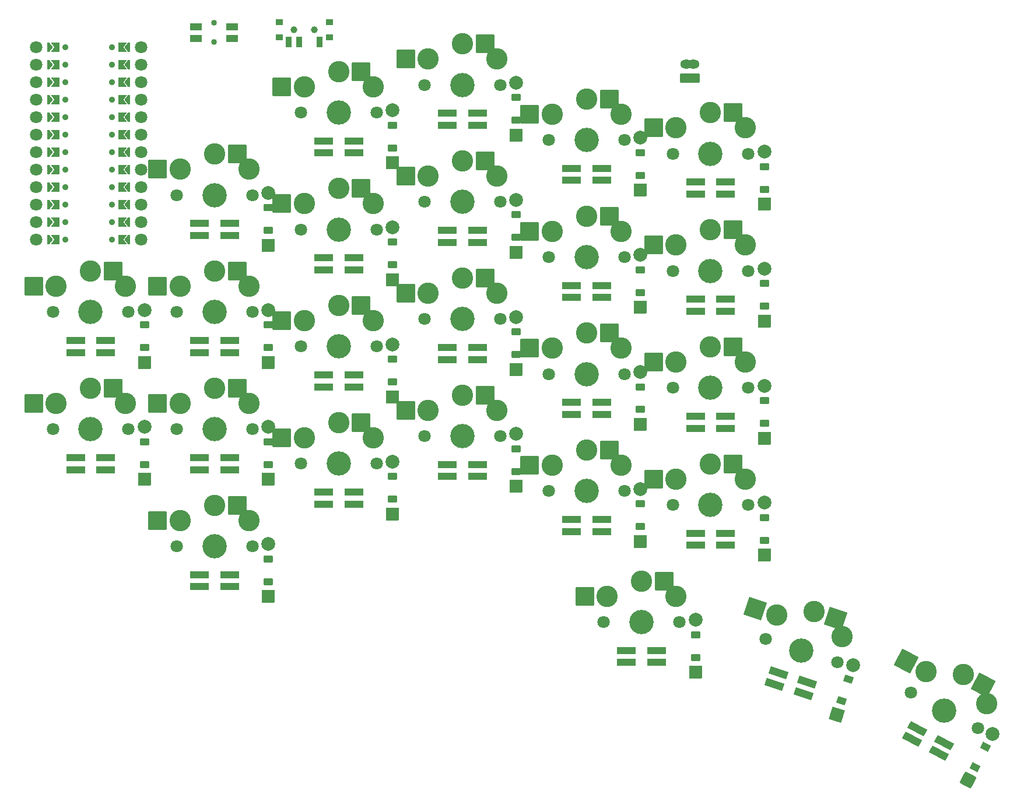
<source format=gbr>
%TF.GenerationSoftware,KiCad,Pcbnew,9.0.6*%
%TF.CreationDate,2025-11-09T20:29:50+01:00*%
%TF.ProjectId,main_pcb,6d61696e-5f70-4636-922e-6b696361645f,v1.0.0*%
%TF.SameCoordinates,Original*%
%TF.FileFunction,Soldermask,Top*%
%TF.FilePolarity,Negative*%
%FSLAX46Y46*%
G04 Gerber Fmt 4.6, Leading zero omitted, Abs format (unit mm)*
G04 Created by KiCad (PCBNEW 9.0.6) date 2025-11-09 20:29:50*
%MOMM*%
%LPD*%
G01*
G04 APERTURE LIST*
G04 Aperture macros list*
%AMRoundRect*
0 Rectangle with rounded corners*
0 $1 Rounding radius*
0 $2 $3 $4 $5 $6 $7 $8 $9 X,Y pos of 4 corners*
0 Add a 4 corners polygon primitive as box body*
4,1,4,$2,$3,$4,$5,$6,$7,$8,$9,$2,$3,0*
0 Add four circle primitives for the rounded corners*
1,1,$1+$1,$2,$3*
1,1,$1+$1,$4,$5*
1,1,$1+$1,$6,$7*
1,1,$1+$1,$8,$9*
0 Add four rect primitives between the rounded corners*
20,1,$1+$1,$2,$3,$4,$5,0*
20,1,$1+$1,$4,$5,$6,$7,0*
20,1,$1+$1,$6,$7,$8,$9,0*
20,1,$1+$1,$8,$9,$2,$3,0*%
%AMFreePoly0*
4,1,16,-0.214645,0.660355,-0.210957,0.656235,0.289043,0.031235,0.299694,-0.005522,0.289043,-0.031235,-0.210957,-0.656235,-0.244478,-0.674694,-0.250000,-0.675000,-0.500000,-0.675000,-0.535355,-0.660355,-0.550000,-0.625000,-0.550000,0.625000,-0.535355,0.660355,-0.500000,0.675000,-0.250000,0.675000,-0.214645,0.660355,-0.214645,0.660355,$1*%
%AMFreePoly1*
4,1,16,0.535355,0.660355,0.550000,0.625000,0.550000,-0.625000,0.535355,-0.660355,0.500000,-0.675000,-0.650000,-0.675000,-0.685355,-0.660355,-0.700000,-0.625000,-0.689043,-0.593765,-0.214031,0.000000,-0.689043,0.593765,-0.699694,0.630522,-0.681235,0.664043,-0.650000,0.675000,0.500000,0.675000,0.535355,0.660355,0.535355,0.660355,$1*%
G04 Aperture macros list end*
%ADD10C,3.529000*%
%ADD11C,1.801800*%
%ADD12C,3.100000*%
%ADD13RoundRect,0.050000X-1.300000X-1.300000X1.300000X-1.300000X1.300000X1.300000X-1.300000X1.300000X0*%
%ADD14RoundRect,0.050000X-1.638096X-0.834651X0.834651X-1.638096X1.638096X0.834651X-0.834651X1.638096X0*%
%ADD15RoundRect,0.050000X-1.758145X-0.537519X0.537519X-1.758145X1.758145X0.537519X-0.537519X1.758145X0*%
%ADD16C,1.800000*%
%ADD17C,0.900000*%
%ADD18FreePoly0,0.000000*%
%ADD19FreePoly1,0.000000*%
%ADD20FreePoly1,180.000000*%
%ADD21FreePoly0,180.000000*%
%ADD22C,0.850000*%
%ADD23RoundRect,0.050000X-0.775000X-0.500000X0.775000X-0.500000X0.775000X0.500000X-0.775000X0.500000X0*%
%ADD24RoundRect,0.050000X0.600000X-0.450000X0.600000X0.450000X-0.600000X0.450000X-0.600000X-0.450000X0*%
%ADD25RoundRect,0.050000X0.889000X-0.889000X0.889000X0.889000X-0.889000X0.889000X-0.889000X-0.889000X0*%
%ADD26C,2.005000*%
%ADD27RoundRect,0.050000X0.431576X-0.613386X0.709692X0.242565X-0.431576X0.613386X-0.709692X-0.242565X0*%
%ADD28RoundRect,0.050000X0.570773X-1.120205X1.120205X0.570773X-0.570773X1.120205X-1.120205X-0.570773X0*%
%ADD29RoundRect,0.050000X0.318506X-0.679009X0.741031X0.115643X-0.318506X0.679009X-0.741031X-0.115643X0*%
%ADD30RoundRect,0.050000X0.367580X-1.202301X1.202301X0.367580X-0.367580X1.202301X-1.202301X-0.367580X0*%
%ADD31RoundRect,0.050000X-1.300000X-0.500000X1.300000X-0.500000X1.300000X0.500000X-1.300000X0.500000X0*%
%ADD32RoundRect,0.050000X-1.390882X-0.073806X1.081865X-0.877250X1.390882X0.073806X-1.081865X0.877250X0*%
%ADD33RoundRect,0.050000X-1.382568X0.168839X0.913096X-1.051787X1.382568X-0.168839X-0.913096X1.051787X0*%
%ADD34RoundRect,0.050000X0.850000X-0.600000X0.850000X0.600000X-0.850000X0.600000X-0.850000X-0.600000X0*%
%ADD35O,1.800000X1.300000*%
%ADD36RoundRect,0.050000X0.500000X0.400000X-0.500000X0.400000X-0.500000X-0.400000X0.500000X-0.400000X0*%
%ADD37RoundRect,0.050000X0.350000X0.750000X-0.350000X0.750000X-0.350000X-0.750000X0.350000X-0.750000X0*%
%ADD38C,1.000000*%
G04 APERTURE END LIST*
D10*
%TO.C,S1*%
X100000000Y-150000000D03*
D11*
X105500000Y-150000000D03*
X94500000Y-150000000D03*
D12*
X105000000Y-146250000D03*
X100000000Y-144050000D03*
X95000000Y-146250000D03*
X100000000Y-144050000D03*
D13*
X103275000Y-144050000D03*
X91725000Y-146250000D03*
%TD*%
D10*
%TO.C,S2*%
X100000000Y-133000000D03*
D11*
X105500000Y-133000000D03*
X94500000Y-133000000D03*
D12*
X105000000Y-129250000D03*
X100000000Y-127050000D03*
X95000000Y-129250000D03*
X100000000Y-127050000D03*
D13*
X103275000Y-127050000D03*
X91725000Y-129250000D03*
%TD*%
D10*
%TO.C,S3*%
X100000000Y-116000000D03*
D11*
X105500000Y-116000000D03*
X94500000Y-116000000D03*
D12*
X105000000Y-112250000D03*
X100000000Y-110050000D03*
X95000000Y-112250000D03*
X100000000Y-110050000D03*
D13*
X103275000Y-110050000D03*
X91725000Y-112250000D03*
%TD*%
D10*
%TO.C,S4*%
X100000000Y-99000000D03*
D11*
X105500000Y-99000000D03*
X94500000Y-99000000D03*
D12*
X105000000Y-95250000D03*
X100000000Y-93050000D03*
X95000000Y-95250000D03*
X100000000Y-93050000D03*
D13*
X103275000Y-93050000D03*
X91725000Y-95250000D03*
%TD*%
D10*
%TO.C,S5*%
X118000000Y-138000000D03*
D11*
X123500000Y-138000000D03*
X112500000Y-138000000D03*
D12*
X123000000Y-134250000D03*
X118000000Y-132050000D03*
X113000000Y-134250000D03*
X118000000Y-132050000D03*
D13*
X121275000Y-132050000D03*
X109725000Y-134250000D03*
%TD*%
D10*
%TO.C,S6*%
X118000000Y-121000000D03*
D11*
X123500000Y-121000000D03*
X112500000Y-121000000D03*
D12*
X123000000Y-117250000D03*
X118000000Y-115050000D03*
X113000000Y-117250000D03*
X118000000Y-115050000D03*
D13*
X121275000Y-115050000D03*
X109725000Y-117250000D03*
%TD*%
D10*
%TO.C,S7*%
X118000000Y-104000000D03*
D11*
X123500000Y-104000000D03*
X112500000Y-104000000D03*
D12*
X123000000Y-100250000D03*
X118000000Y-98050000D03*
X113000000Y-100250000D03*
X118000000Y-98050000D03*
D13*
X121275000Y-98050000D03*
X109725000Y-100250000D03*
%TD*%
D10*
%TO.C,S8*%
X118000000Y-87000000D03*
D11*
X123500000Y-87000000D03*
X112500000Y-87000000D03*
D12*
X123000000Y-83250000D03*
X118000000Y-81050000D03*
X113000000Y-83250000D03*
X118000000Y-81050000D03*
D13*
X121275000Y-81050000D03*
X109725000Y-83250000D03*
%TD*%
D10*
%TO.C,S9*%
X136000000Y-134000000D03*
D11*
X141500000Y-134000000D03*
X130500000Y-134000000D03*
D12*
X141000000Y-130250000D03*
X136000000Y-128050000D03*
X131000000Y-130250000D03*
X136000000Y-128050000D03*
D13*
X139275000Y-128050000D03*
X127725000Y-130250000D03*
%TD*%
D10*
%TO.C,S10*%
X136000000Y-117000000D03*
D11*
X141500000Y-117000000D03*
X130500000Y-117000000D03*
D12*
X141000000Y-113250000D03*
X136000000Y-111050000D03*
X131000000Y-113250000D03*
X136000000Y-111050000D03*
D13*
X139275000Y-111050000D03*
X127725000Y-113250000D03*
%TD*%
D10*
%TO.C,S11*%
X136000000Y-100000000D03*
D11*
X141500000Y-100000000D03*
X130500000Y-100000000D03*
D12*
X141000000Y-96250000D03*
X136000000Y-94050000D03*
X131000000Y-96250000D03*
X136000000Y-94050000D03*
D13*
X139275000Y-94050000D03*
X127725000Y-96250000D03*
%TD*%
D10*
%TO.C,S12*%
X136000000Y-83000000D03*
D11*
X141500000Y-83000000D03*
X130500000Y-83000000D03*
D12*
X141000000Y-79250000D03*
X136000000Y-77050000D03*
X131000000Y-79250000D03*
X136000000Y-77050000D03*
D13*
X139275000Y-77050000D03*
X127725000Y-79250000D03*
%TD*%
D10*
%TO.C,S13*%
X154000000Y-142000000D03*
D11*
X159500000Y-142000000D03*
X148500000Y-142000000D03*
D12*
X159000000Y-138250000D03*
X154000000Y-136050000D03*
X149000000Y-138250000D03*
X154000000Y-136050000D03*
D13*
X157275000Y-136050000D03*
X145725000Y-138250000D03*
%TD*%
D10*
%TO.C,S14*%
X154000000Y-125000000D03*
D11*
X159500000Y-125000000D03*
X148500000Y-125000000D03*
D12*
X159000000Y-121250000D03*
X154000000Y-119050000D03*
X149000000Y-121250000D03*
X154000000Y-119050000D03*
D13*
X157275000Y-119050000D03*
X145725000Y-121250000D03*
%TD*%
D10*
%TO.C,S15*%
X154000000Y-108000000D03*
D11*
X159500000Y-108000000D03*
X148500000Y-108000000D03*
D12*
X159000000Y-104250000D03*
X154000000Y-102050000D03*
X149000000Y-104250000D03*
X154000000Y-102050000D03*
D13*
X157275000Y-102050000D03*
X145725000Y-104250000D03*
%TD*%
D10*
%TO.C,S16*%
X154000000Y-91000000D03*
D11*
X159500000Y-91000000D03*
X148500000Y-91000000D03*
D12*
X159000000Y-87250000D03*
X154000000Y-85050000D03*
X149000000Y-87250000D03*
X154000000Y-85050000D03*
D13*
X157275000Y-85050000D03*
X145725000Y-87250000D03*
%TD*%
D10*
%TO.C,S17*%
X172000000Y-144000000D03*
D11*
X177500000Y-144000000D03*
X166500000Y-144000000D03*
D12*
X177000000Y-140250000D03*
X172000000Y-138050000D03*
X167000000Y-140250000D03*
X172000000Y-138050000D03*
D13*
X175275000Y-138050000D03*
X163725000Y-140250000D03*
%TD*%
D10*
%TO.C,S18*%
X172000000Y-127000000D03*
D11*
X177500000Y-127000000D03*
X166500000Y-127000000D03*
D12*
X177000000Y-123250000D03*
X172000000Y-121050000D03*
X167000000Y-123250000D03*
X172000000Y-121050000D03*
D13*
X175275000Y-121050000D03*
X163725000Y-123250000D03*
%TD*%
D10*
%TO.C,S19*%
X172000000Y-110000000D03*
D11*
X177500000Y-110000000D03*
X166500000Y-110000000D03*
D12*
X177000000Y-106250000D03*
X172000000Y-104050000D03*
X167000000Y-106250000D03*
X172000000Y-104050000D03*
D13*
X175275000Y-104050000D03*
X163725000Y-106250000D03*
%TD*%
D10*
%TO.C,S20*%
X172000000Y-93000000D03*
D11*
X177500000Y-93000000D03*
X166500000Y-93000000D03*
D12*
X177000000Y-89250000D03*
X172000000Y-87050000D03*
X167000000Y-89250000D03*
X172000000Y-87050000D03*
D13*
X175275000Y-87050000D03*
X163725000Y-89250000D03*
%TD*%
D10*
%TO.C,S21*%
X82000000Y-133000000D03*
D11*
X87500000Y-133000000D03*
X76500000Y-133000000D03*
D12*
X87000000Y-129250000D03*
X82000000Y-127050000D03*
X77000000Y-129250000D03*
X82000000Y-127050000D03*
D13*
X85275000Y-127050000D03*
X73725000Y-129250000D03*
%TD*%
D10*
%TO.C,S22*%
X82000000Y-116000000D03*
D11*
X87500000Y-116000000D03*
X76500000Y-116000000D03*
D12*
X87000000Y-112250000D03*
X82000000Y-110050000D03*
X77000000Y-112250000D03*
X82000000Y-110050000D03*
D13*
X85275000Y-110050000D03*
X73725000Y-112250000D03*
%TD*%
D10*
%TO.C,S23*%
X162000000Y-161000000D03*
D11*
X167500000Y-161000000D03*
X156500000Y-161000000D03*
D12*
X167000000Y-157250000D03*
X162000000Y-155050000D03*
X157000000Y-157250000D03*
X162000000Y-155050000D03*
D13*
X165275000Y-155050000D03*
X153725000Y-157250000D03*
%TD*%
D10*
%TO.C,S24*%
X185193831Y-165148695D03*
D11*
X190424642Y-166848288D03*
X179963020Y-163449102D03*
D12*
X191107927Y-163127318D03*
X187032482Y-159489909D03*
X181597362Y-160037148D03*
X187032482Y-159489909D03*
D14*
X190147192Y-160501939D03*
X178482652Y-159025117D03*
%TD*%
D10*
%TO.C,S25*%
X205929020Y-173855578D03*
D11*
X210785232Y-176437672D03*
X201072808Y-171273484D03*
D12*
X212104276Y-172891882D03*
X208722376Y-168602040D03*
X203274800Y-168197167D03*
X208722376Y-168602040D03*
D15*
X211614029Y-170139559D03*
X200383147Y-166659647D03*
%TD*%
D16*
%TO.C,MCU1*%
X74105000Y-77500000D03*
X89345000Y-77500000D03*
D17*
X78325000Y-77500000D03*
X85125000Y-77500000D03*
D18*
X76225000Y-77500000D03*
D19*
X76950000Y-77500000D03*
D20*
X86500000Y-77500000D03*
D21*
X87225000Y-77500000D03*
D16*
X74105000Y-80040000D03*
X89345000Y-80040000D03*
D17*
X78325000Y-80040000D03*
X85125000Y-80040000D03*
D18*
X76225000Y-80040000D03*
D19*
X76950000Y-80040000D03*
D20*
X86500000Y-80040000D03*
D21*
X87225000Y-80040000D03*
D16*
X74105000Y-82580000D03*
X89345000Y-82580000D03*
D17*
X78325000Y-82580000D03*
X85125000Y-82580000D03*
D18*
X76225000Y-82580000D03*
D19*
X76950000Y-82580000D03*
D20*
X86500000Y-82580000D03*
D21*
X87225000Y-82580000D03*
D16*
X74105000Y-85120000D03*
X89345000Y-85120000D03*
D17*
X78325000Y-85120000D03*
X85125000Y-85120000D03*
D18*
X76225000Y-85120000D03*
D19*
X76950000Y-85120000D03*
D20*
X86500000Y-85120000D03*
D21*
X87225000Y-85120000D03*
D16*
X74105000Y-87660000D03*
X89345000Y-87660000D03*
D17*
X78325000Y-87660000D03*
X85125000Y-87660000D03*
D18*
X76225000Y-87660000D03*
D19*
X76950000Y-87660000D03*
D20*
X86500000Y-87660000D03*
D21*
X87225000Y-87660000D03*
D16*
X74105000Y-90200000D03*
X89345000Y-90200000D03*
D17*
X78325000Y-90200000D03*
X85125000Y-90200000D03*
D18*
X76225000Y-90200000D03*
D19*
X76950000Y-90200000D03*
D20*
X86500000Y-90200000D03*
D21*
X87225000Y-90200000D03*
D16*
X74105000Y-92740000D03*
X89345000Y-92740000D03*
D17*
X78325000Y-92740000D03*
X85125000Y-92740000D03*
D18*
X76225000Y-92740000D03*
D19*
X76950000Y-92740000D03*
D20*
X86500000Y-92740000D03*
D21*
X87225000Y-92740000D03*
D16*
X74105000Y-95280000D03*
X89345000Y-95280000D03*
D17*
X78325000Y-95280000D03*
X85125000Y-95280000D03*
D18*
X76225000Y-95280000D03*
D19*
X76950000Y-95280000D03*
D20*
X86500000Y-95280000D03*
D21*
X87225000Y-95280000D03*
D16*
X74105000Y-97820000D03*
X89345000Y-97820000D03*
D17*
X78325000Y-97820000D03*
X85125000Y-97820000D03*
D18*
X76225000Y-97820000D03*
D19*
X76950000Y-97820000D03*
D20*
X86500000Y-97820000D03*
D21*
X87225000Y-97820000D03*
D16*
X74105000Y-100360000D03*
X89345000Y-100360000D03*
D17*
X78325000Y-100360000D03*
X85125000Y-100360000D03*
D18*
X76225000Y-100360000D03*
D19*
X76950000Y-100360000D03*
D20*
X86500000Y-100360000D03*
D21*
X87225000Y-100360000D03*
D16*
X74105000Y-102900000D03*
X89345000Y-102900000D03*
D17*
X78325000Y-102900000D03*
X85125000Y-102900000D03*
D18*
X76225000Y-102900000D03*
D19*
X76950000Y-102900000D03*
D20*
X86500000Y-102900000D03*
D21*
X87225000Y-102900000D03*
D16*
X74105000Y-105440000D03*
X89345000Y-105440000D03*
D17*
X78325000Y-105440000D03*
X85125000Y-105440000D03*
D18*
X76225000Y-105440000D03*
D19*
X76950000Y-105440000D03*
D20*
X86500000Y-105440000D03*
D21*
X87225000Y-105440000D03*
%TD*%
D22*
%TO.C,B1*%
X99875000Y-74000000D03*
X99875000Y-76750000D03*
%TD*%
%TO.C,B2*%
X99875000Y-74000000D03*
X99875000Y-76750000D03*
D23*
X97250000Y-74525000D03*
X102500000Y-74525000D03*
X97250000Y-76225000D03*
X102500000Y-76225000D03*
%TD*%
D24*
%TO.C,D1*%
X107800000Y-155150000D03*
X107800000Y-151850000D03*
D25*
X107800000Y-157310000D03*
D26*
X107800000Y-149690000D03*
%TD*%
D24*
%TO.C,D2*%
X107800000Y-138150000D03*
X107800000Y-134850000D03*
D25*
X107800000Y-140310000D03*
D26*
X107800000Y-132690000D03*
%TD*%
D24*
%TO.C,D3*%
X107800000Y-121150000D03*
X107800000Y-117850000D03*
D25*
X107800000Y-123310000D03*
D26*
X107800000Y-115690000D03*
%TD*%
D24*
%TO.C,D4*%
X107800000Y-104150000D03*
X107800000Y-100850000D03*
D25*
X107800000Y-106310000D03*
D26*
X107800000Y-98690000D03*
%TD*%
D24*
%TO.C,D5*%
X125800000Y-143150000D03*
X125800000Y-139850000D03*
D25*
X125800000Y-145310000D03*
D26*
X125800000Y-137690000D03*
%TD*%
D24*
%TO.C,D6*%
X125800000Y-126150000D03*
X125800000Y-122850000D03*
D25*
X125800000Y-128310000D03*
D26*
X125800000Y-120690000D03*
%TD*%
D24*
%TO.C,D7*%
X125800000Y-109150000D03*
X125800000Y-105850000D03*
D25*
X125800000Y-111310000D03*
D26*
X125800000Y-103690000D03*
%TD*%
D24*
%TO.C,D8*%
X125800000Y-92150000D03*
X125800000Y-88850000D03*
D25*
X125800000Y-94310000D03*
D26*
X125800000Y-86690000D03*
%TD*%
D24*
%TO.C,D9*%
X143800000Y-139150000D03*
X143800000Y-135850000D03*
D25*
X143800000Y-141310000D03*
D26*
X143800000Y-133690000D03*
%TD*%
D24*
%TO.C,D10*%
X143800000Y-122150000D03*
X143800000Y-118850000D03*
D25*
X143800000Y-124310000D03*
D26*
X143800000Y-116690000D03*
%TD*%
D24*
%TO.C,D11*%
X143800000Y-105150000D03*
X143800000Y-101850000D03*
D25*
X143800000Y-107310000D03*
D26*
X143800000Y-99690000D03*
%TD*%
D24*
%TO.C,D12*%
X143800000Y-88150000D03*
X143800000Y-84850000D03*
D25*
X143800000Y-90310000D03*
D26*
X143800000Y-82690000D03*
%TD*%
D24*
%TO.C,D13*%
X161800000Y-147150000D03*
X161800000Y-143850000D03*
D25*
X161800000Y-149310000D03*
D26*
X161800000Y-141690000D03*
%TD*%
D24*
%TO.C,D14*%
X161800000Y-130150000D03*
X161800000Y-126850000D03*
D25*
X161800000Y-132310000D03*
D26*
X161800000Y-124690000D03*
%TD*%
D24*
%TO.C,D15*%
X161800000Y-113150000D03*
X161800000Y-109850000D03*
D25*
X161800000Y-115310000D03*
D26*
X161800000Y-107690000D03*
%TD*%
D24*
%TO.C,D16*%
X161800000Y-96150000D03*
X161800000Y-92850000D03*
D25*
X161800000Y-98310000D03*
D26*
X161800000Y-90690000D03*
%TD*%
D24*
%TO.C,D17*%
X179800000Y-149150000D03*
X179800000Y-145850000D03*
D25*
X179800000Y-151310000D03*
D26*
X179800000Y-143690000D03*
%TD*%
D24*
%TO.C,D18*%
X179800000Y-132150000D03*
X179800000Y-128850000D03*
D25*
X179800000Y-134310000D03*
D26*
X179800000Y-126690000D03*
%TD*%
D24*
%TO.C,D19*%
X179800000Y-115150000D03*
X179800000Y-111850000D03*
D25*
X179800000Y-117310000D03*
D26*
X179800000Y-109690000D03*
%TD*%
D24*
%TO.C,D20*%
X179800000Y-98150000D03*
X179800000Y-94850000D03*
D25*
X179800000Y-100310000D03*
D26*
X179800000Y-92690000D03*
%TD*%
D24*
%TO.C,D21*%
X89800000Y-138150000D03*
X89800000Y-134850000D03*
D25*
X89800000Y-140310000D03*
D26*
X89800000Y-132690000D03*
%TD*%
D24*
%TO.C,D22*%
X89800000Y-121150000D03*
X89800000Y-117850000D03*
D25*
X89800000Y-123310000D03*
D26*
X89800000Y-115690000D03*
%TD*%
D24*
%TO.C,D23*%
X169800000Y-166150000D03*
X169800000Y-162850000D03*
D25*
X169800000Y-168310000D03*
D26*
X169800000Y-160690000D03*
%TD*%
D27*
%TO.C,D24*%
X191020634Y-172456969D03*
X192040390Y-169318483D03*
D28*
X190353157Y-174511251D03*
D26*
X192707867Y-167264201D03*
%TD*%
D29*
%TO.C,D25*%
X210398233Y-182064637D03*
X211947489Y-179150909D03*
D30*
X209384174Y-183971803D03*
D26*
X212961548Y-177243743D03*
%TD*%
D31*
%TO.C,LED1*%
X97800000Y-154125000D03*
X97800000Y-155875000D03*
X102200000Y-155875000D03*
X102200000Y-154125000D03*
%TD*%
%TO.C,LED2*%
X97800000Y-137125000D03*
X97800000Y-138875000D03*
X102200000Y-138875000D03*
X102200000Y-137125000D03*
%TD*%
%TO.C,LED3*%
X97800000Y-120125000D03*
X97800000Y-121875000D03*
X102200000Y-121875000D03*
X102200000Y-120125000D03*
%TD*%
%TO.C,LED4*%
X97800000Y-103125000D03*
X97800000Y-104875000D03*
X102200000Y-104875000D03*
X102200000Y-103125000D03*
%TD*%
%TO.C,LED5*%
X115800000Y-142125000D03*
X115800000Y-143875000D03*
X120200000Y-143875000D03*
X120200000Y-142125000D03*
%TD*%
%TO.C,LED6*%
X115800000Y-125125000D03*
X115800000Y-126875000D03*
X120200000Y-126875000D03*
X120200000Y-125125000D03*
%TD*%
%TO.C,LED7*%
X115800000Y-108125000D03*
X115800000Y-109875000D03*
X120200000Y-109875000D03*
X120200000Y-108125000D03*
%TD*%
%TO.C,LED8*%
X115800000Y-91125000D03*
X115800000Y-92875000D03*
X120200000Y-92875000D03*
X120200000Y-91125000D03*
%TD*%
%TO.C,LED9*%
X133800000Y-138125000D03*
X133800000Y-139875000D03*
X138200000Y-139875000D03*
X138200000Y-138125000D03*
%TD*%
%TO.C,LED10*%
X133800000Y-121125000D03*
X133800000Y-122875000D03*
X138200000Y-122875000D03*
X138200000Y-121125000D03*
%TD*%
%TO.C,LED11*%
X133800000Y-104125000D03*
X133800000Y-105875000D03*
X138200000Y-105875000D03*
X138200000Y-104125000D03*
%TD*%
%TO.C,LED12*%
X133800000Y-87125000D03*
X133800000Y-88875000D03*
X138200000Y-88875000D03*
X138200000Y-87125000D03*
%TD*%
%TO.C,LED13*%
X151800000Y-146125000D03*
X151800000Y-147875000D03*
X156200000Y-147875000D03*
X156200000Y-146125000D03*
%TD*%
%TO.C,LED14*%
X151800000Y-129125000D03*
X151800000Y-130875000D03*
X156200000Y-130875000D03*
X156200000Y-129125000D03*
%TD*%
%TO.C,LED15*%
X151800000Y-112125000D03*
X151800000Y-113875000D03*
X156200000Y-113875000D03*
X156200000Y-112125000D03*
%TD*%
%TO.C,LED16*%
X151800000Y-95125000D03*
X151800000Y-96875000D03*
X156200000Y-96875000D03*
X156200000Y-95125000D03*
%TD*%
%TO.C,LED17*%
X169800000Y-148125000D03*
X169800000Y-149875000D03*
X174200000Y-149875000D03*
X174200000Y-148125000D03*
%TD*%
%TO.C,LED18*%
X169800000Y-131125000D03*
X169800000Y-132875000D03*
X174200000Y-132875000D03*
X174200000Y-131125000D03*
%TD*%
%TO.C,LED19*%
X169800000Y-114125000D03*
X169800000Y-115875000D03*
X174200000Y-115875000D03*
X174200000Y-114125000D03*
%TD*%
%TO.C,LED20*%
X169800000Y-97125000D03*
X169800000Y-98875000D03*
X174200000Y-98875000D03*
X174200000Y-97125000D03*
%TD*%
%TO.C,LED21*%
X79800000Y-137125000D03*
X79800000Y-138875000D03*
X84200000Y-138875000D03*
X84200000Y-137125000D03*
%TD*%
%TO.C,LED22*%
X79800000Y-120125000D03*
X79800000Y-121875000D03*
X84200000Y-121875000D03*
X84200000Y-120125000D03*
%TD*%
%TO.C,LED23*%
X159800000Y-165125000D03*
X159800000Y-166875000D03*
X164200000Y-166875000D03*
X164200000Y-165125000D03*
%TD*%
D32*
%TO.C,LED24*%
X181826812Y-168391966D03*
X181286032Y-170056315D03*
X185470680Y-171415990D03*
X186011460Y-169751641D03*
%TD*%
D33*
%TO.C,LED25*%
X202049965Y-176464899D03*
X201228390Y-178010058D03*
X205113359Y-180075733D03*
X205934934Y-178530574D03*
%TD*%
D34*
%TO.C,JST1*%
X169500000Y-82000000D03*
D35*
X169500000Y-80000000D03*
%TD*%
D34*
%TO.C,JST2*%
X168500000Y-82000000D03*
D35*
X168500000Y-80000000D03*
%TD*%
D36*
%TO.C,SW1*%
X109350000Y-73875000D03*
X109350000Y-76085000D03*
X116650000Y-76085000D03*
D37*
X115250000Y-76735000D03*
X112250000Y-76735000D03*
X110750000Y-76735000D03*
D36*
X116650000Y-73875000D03*
D38*
X111500000Y-74975000D03*
X114500000Y-74975000D03*
%TD*%
M02*

</source>
